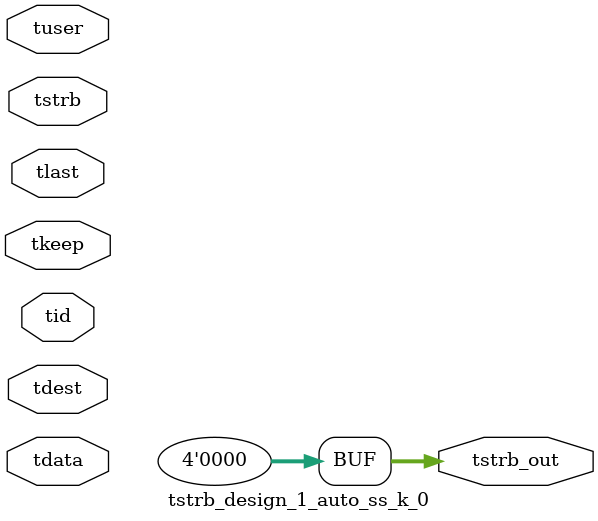
<source format=v>


`timescale 1ps/1ps

module tstrb_design_1_auto_ss_k_0 #
(
parameter C_S_AXIS_TDATA_WIDTH = 32,
parameter C_S_AXIS_TUSER_WIDTH = 0,
parameter C_S_AXIS_TID_WIDTH   = 0,
parameter C_S_AXIS_TDEST_WIDTH = 0,
parameter C_M_AXIS_TDATA_WIDTH = 32
)
(
input  [(C_S_AXIS_TDATA_WIDTH == 0 ? 1 : C_S_AXIS_TDATA_WIDTH)-1:0     ] tdata,
input  [(C_S_AXIS_TUSER_WIDTH == 0 ? 1 : C_S_AXIS_TUSER_WIDTH)-1:0     ] tuser,
input  [(C_S_AXIS_TID_WIDTH   == 0 ? 1 : C_S_AXIS_TID_WIDTH)-1:0       ] tid,
input  [(C_S_AXIS_TDEST_WIDTH == 0 ? 1 : C_S_AXIS_TDEST_WIDTH)-1:0     ] tdest,
input  [(C_S_AXIS_TDATA_WIDTH/8)-1:0 ] tkeep,
input  [(C_S_AXIS_TDATA_WIDTH/8)-1:0 ] tstrb,
input                                                                    tlast,
output [(C_M_AXIS_TDATA_WIDTH/8)-1:0 ] tstrb_out
);

assign tstrb_out = {1'b0};

endmodule


</source>
